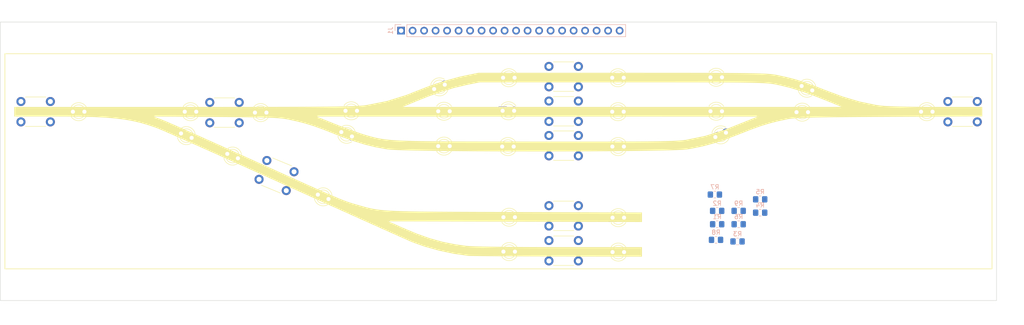
<source format=kicad_pcb>
(kicad_pcb (version 20211014) (generator pcbnew)
  (layers (0 "F.Cu" signal) (31 "B.Cu" signal) (34 "B.Paste" user) (35 "F.Paste" user) (36 "B.SilkS" user "B.Silkscreen") (37 "F.SilkS" user "F.Silkscreen") (38 "B.Mask" user) (39 "F.Mask" user) (44 "Edge.Cuts" user))
  (net 0 "")
  (net 1 "GPIO1")
  (net 2 "Net-(D1-Pad2)")
  (net 3 "GPIO2")
  (net 4 "Net-(D2-Pad2)")
  (net 5 "GPIO3")
  (net 6 "Net-(D3-Pad2)")
  (net 7 "GPIO4")
  (net 8 "Net-(D4-Pad2)")
  (net 9 "GPIO5")
  (net 10 "Net-(D5-Pad2)")
  (net 11 "GPIO6")
  (net 12 "Net-(D6-Pad2)")
  (net 13 "GPIO7")
  (net 14 "Net-(D7-Pad2)")
  (net 15 "GPIO8")
  (net 16 "Net-(D8-Pad2)")
  (net 17 "GPIO9")
  (net 18 "Net-(D9-Pad2)")
  (net 19 "+5V")
  (net 20 "GPIO16")
  (net 21 "GPIO15")
  (net 22 "GPIO14")
  (net 23 "GPIO13")
  (net 24 "GPIO12")
  (net 25 "GPIO11")
  (net 26 "GPIO10")
  (net 27 "GND")
  (net 28 "+3V3")
  (footprint "LED_THT:LED_D3.0mm" (layer "F.Cu") (at 86.225 81)
    (fp_text reference "D2" hide)
    (fp_text value "LED")
    (pad "1" thru_hole rect (at 0 0) (size 1.8 1.8) (drill 0.9) (layers *.Cu *.Mask) (net 3 "GPIO2"))
    (pad "2" thru_hole circle (at 2.54 0) (size 1.8 1.8) (drill 0.9) (layers *.Cu *.Mask) (net 4 "Net-(D2-Pad2)"))
  )
  (footprint "LED_THT:LED_D3.0mm" (layer "F.Cu") (at 69.9 85.6 -22.5)
    (fp_text reference "D3" hide)
    (fp_text value "LED")
    (pad "1" thru_hole rect (at 0 0 337.5) (size 1.8 1.8) (drill 0.9) (layers *.Cu *.Mask))
    (pad "2" thru_hole circle (at 2.54 0 337.5) (size 1.8 1.8) (drill 0.9) (layers *.Cu *.Mask))
  )
  (footprint "LED_THT:LED_D3.0mm" (layer "F.Cu") (at 186.825 73.2)
    (fp_text reference "D6" hide)
    (fp_text value "LED")
    (pad "1" thru_hole rect (at 0 0) (size 1.8 1.8) (drill 0.9) (layers *.Cu *.Mask))
    (pad "2" thru_hole circle (at 2.54 0) (size 1.8 1.8) (drill 0.9) (layers *.Cu *.Mask))
  )
  (footprint "LED_THT:LED_D3.0mm" (layer "F.Cu") (at 205.825 80.9)
    (fp_text reference "D4" hide)
    (fp_text value "LED" hide)
    (pad "1" thru_hole rect (at 0 0) (size 1.8 1.8) (drill 0.9) (layers *.Cu *.Mask))
    (pad "2" thru_hole circle (at 2.54 0) (size 1.8 1.8) (drill 0.9) (layers *.Cu *.Mask))
  )
  (footprint "LED_THT:LED_D3.0mm" (layer "F.Cu") (at 70.725 80.8)
    (fp_text reference "D2" hide)
    (fp_text value "LED")
    (pad "1" thru_hole rect (at 0 0) (size 1.8 1.8) (drill 0.9) (layers *.Cu *.Mask))
    (pad "2" thru_hole circle (at 2.54 0) (size 1.8 1.8) (drill 0.9) (layers *.Cu *.Mask))
  )
  (footprint "LED_THT:LED_D3.0mm" (layer "F.Cu") (at 209.3 76.1 157.5)
    (fp_text reference "D4" hide)
    (fp_text value "LED" hide)
    (pad "1" thru_hole rect (at 0 0 157.5) (size 1.8 1.8) (drill 0.9) (layers *.Cu *.Mask))
    (pad "2" thru_hole circle (at 2.54 0 157.5) (size 1.8 1.8) (drill 0.9) (layers *.Cu *.Mask))
  )
  (footprint "MountingHole:MountingHole_3.2mm_M3" (layer "F.Cu") (at 33.5 64.5)
    (fp_text reference "REF**" hide)
    (fp_text value "MountingHole_3.2mm_M3" hide)
    (pad "" np_thru_hole circle (at 0 0) (size 3.2 3.2) (drill 3.2) (layers *.Cu *.Mask))
  )
  (footprint "LED_THT:LED_D3.0mm" (layer "F.Cu") (at 140.925 80.6)
    (fp_text reference "D6" hide)
    (fp_text value "LED")
    (pad "1" thru_hole rect (at 0 0) (size 1.8 1.8) (drill 0.9) (layers *.Cu *.Mask))
    (pad "2" thru_hole circle (at 2.54 0) (size 1.8 1.8) (drill 0.9) (layers *.Cu *.Mask))
  )
  (footprint "Button_Switch_THT:SW_PUSH_6mm_H4.3mm" (layer "F.Cu") (at 151.15 78.45)
    (fp_text reference "SW5" hide)
    (fp_text value "SW_SPST")
    (pad "1" thru_hole circle (at 6.5 0 90) (size 2 2) (drill 1.1) (layers *.Cu *.Mask) (net 27 "GND"))
    (pad "1" thru_hole circle (at 0 0 90) (size 2 2) (drill 1.1) (layers *.Cu *.Mask) (net 27 "GND"))
    (pad "2" thru_hole circle (at 6.5 4.5 90) (size 2 2) (drill 1.1) (layers *.Cu *.Mask) (net 9 "GPIO5"))
    (pad "2" thru_hole circle (at 0 4.5 90) (size 2 2) (drill 1.1) (layers *.Cu *.Mask) (net 9 "GPIO5"))
  )
  (footprint "LED_THT:LED_D3.0mm" (layer "F.Cu") (at 165.125 80.8)
    (fp_text reference "D5" hide)
    (fp_text value "LED")
    (pad "1" thru_hole rect (at 0 0) (size 1.8 1.8) (drill 0.9) (layers *.Cu *.Mask) (net 9 "GPIO5"))
    (pad "2" thru_hole circle (at 2.54 0) (size 1.8 1.8) (drill 0.9) (layers *.Cu *.Mask) (net 10 "Net-(D5-Pad2)"))
  )
  (footprint "Button_Switch_THT:SW_PUSH_6mm_H4.3mm" (layer "F.Cu") (at 151.15 86.05)
    (fp_text reference "SW6" hide)
    (fp_text value "SW_SPST")
    (pad "1" thru_hole circle (at 6.5 0 90) (size 2 2) (drill 1.1) (layers *.Cu *.Mask) (net 27 "GND"))
    (pad "1" thru_hole circle (at 0 0 90) (size 2 2) (drill 1.1) (layers *.Cu *.Mask) (net 27 "GND"))
    (pad "2" thru_hole circle (at 0 4.5 90) (size 2 2) (drill 1.1) (layers *.Cu *.Mask) (net 11 "GPIO6"))
    (pad "2" thru_hole circle (at 6.5 4.5 90) (size 2 2) (drill 1.1) (layers *.Cu *.Mask) (net 11 "GPIO6"))
  )
  (footprint "MountingHole:MountingHole_3.2mm_M3" (layer "F.Cu") (at 109 64.5)
    (fp_text reference "REF**" hide)
    (fp_text value "MountingHole_3.2mm_M3" hide)
    (pad "" np_thru_hole circle (at 0 0) (size 3.2 3.2) (drill 3.2) (layers *.Cu *.Mask))
  )
  (footprint "LED_THT:LED_D3.0mm" (layer "F.Cu") (at 141.1 111.7)
    (fp_text reference "D8" hide)
    (fp_text value "LED")
    (pad "1" thru_hole rect (at 0 0) (size 1.8 1.8) (drill 0.9) (layers *.Cu *.Mask) (net 15 "GPIO8"))
    (pad "2" thru_hole circle (at 2.54 0) (size 1.8 1.8) (drill 0.9) (layers *.Cu *.Mask) (net 16 "Net-(D8-Pad2)"))
  )
  (footprint "LED_THT:LED_D3.0mm" (layer "F.Cu") (at 141.025 73.3)
    (fp_text reference "D6" hide)
    (fp_text value "LED")
    (pad "1" thru_hole rect (at 0 0) (size 1.8 1.8) (drill 0.9) (layers *.Cu *.Mask))
    (pad "2" thru_hole circle (at 2.54 0) (size 1.8 1.8) (drill 0.9) (layers *.Cu *.Mask))
  )
  (footprint "MountingHole:MountingHole_3.2mm_M3" (layer "F.Cu") (at 33.5 119)
    (fp_text reference "REF**" hide)
    (fp_text value "MountingHole_3.2mm_M3" hide)
    (pad "" np_thru_hole circle (at 0 0) (size 3.2 3.2) (drill 3.2) (layers *.Cu *.Mask))
  )
  (footprint "LED_THT:LED_D3.0mm" (layer "F.Cu") (at 126.7 88.4)
    (fp_text reference "D6" hide)
    (fp_text value "LED")
    (pad "1" thru_hole rect (at 0 0) (size 1.8 1.8) (drill 0.9) (layers *.Cu *.Mask))
    (pad "2" thru_hole circle (at 2.54 0) (size 1.8 1.8) (drill 0.9) (layers *.Cu *.Mask))
  )
  (footprint "MountingHole:MountingHole_3.2mm_M3" (layer "F.Cu") (at 246.5 119)
    (fp_text reference "REF**" hide)
    (fp_text value "MountingHole_3.2mm_M3" hide)
    (pad "" np_thru_hole circle (at 0 0) (size 3.2 3.2) (drill 3.2) (layers *.Cu *.Mask))
  )
  (footprint "LED_THT:LED_D3.0mm" (layer "F.Cu") (at 106.225 80.6)
    (fp_text reference "D4" hide)
    (fp_text value "LED" hide)
    (pad "1" thru_hole rect (at 0 0) (size 1.8 1.8) (drill 0.9) (layers *.Cu *.Mask))
    (pad "2" thru_hole circle (at 2.54 0) (size 1.8 1.8) (drill 0.9) (layers *.Cu *.Mask))
  )
  (footprint "Button_Switch_THT:SW_PUSH_6mm_H4.3mm" (layer "F.Cu") (at 239.25 78.55)
    (fp_text reference "SW9" hide)
    (fp_text value "SW_SPST" hide)
    (pad "1" thru_hole circle (at 6.5 0 90) (size 2 2) (drill 1.1) (layers *.Cu *.Mask) (net 27 "GND"))
    (pad "1" thru_hole circle (at 0 0 90) (size 2 2) (drill 1.1) (layers *.Cu *.Mask) (net 27 "GND"))
    (pad "2" thru_hole circle (at 0 4.5 90) (size 2 2) (drill 1.1) (layers *.Cu *.Mask) (net 17 "GPIO9"))
    (pad "2" thru_hole circle (at 6.5 4.5 90) (size 2 2) (drill 1.1) (layers *.Cu *.Mask) (net 17 "GPIO9"))
  )
  (footprint "custom_kicad_lib_sk:Fokke2" (layer "F.Cu") (at 139.954 92.71)
    (fp_text reference "G***" hide)
    (fp_text value "LOGO" hide)
  )
  (footprint "LED_THT:LED_D3.0mm" (layer "F.Cu") (at 80.122054 90.112079 -22.5)
    (fp_text reference "D3" hide)
    (fp_text value "LED")
    (pad "1" thru_hole rect (at 0 0 337.5) (size 1.8 1.8) (drill 0.9) (layers *.Cu *.Mask))
    (pad "2" thru_hole circle (at 2.54 0 337.5) (size 1.8 1.8) (drill 0.9) (layers *.Cu *.Mask))
  )
  (footprint "LED_THT:LED_D3.0mm" (layer "F.Cu") (at 141.1 104.1)
    (fp_text reference "D7" hide)
    (fp_text value "LED")
    (pad "1" thru_hole rect (at 0 0) (size 1.8 1.8) (drill 0.9) (layers *.Cu *.Mask) (net 13 "GPIO7"))
    (pad "2" thru_hole circle (at 2.54 0) (size 1.8 1.8) (drill 0.9) (layers *.Cu *.Mask) (net 14 "Net-(D7-Pad2)"))
  )
  (footprint "LED_THT:LED_D3.0mm" (layer "F.Cu") (at 126.7 80.7)
    (fp_text reference "D4" hide)
    (fp_text value "LED" hide)
    (pad "1" thru_hole rect (at 0 0) (size 1.8 1.8) (drill 0.9) (layers *.Cu *.Mask))
    (pad "2" thru_hole circle (at 2.54 0) (size 1.8 1.8) (drill 0.9) (layers *.Cu *.Mask))
  )
  (footprint "MountingHole:MountingHole_3.2mm_M3" (layer "F.Cu") (at 173.5 119)
    (fp_text reference "REF**" hide)
    (fp_text value "MountingHole_3.2mm_M3" hide)
    (pad "" np_thru_hole circle (at 0 0) (size 3.2 3.2) (drill 3.2) (layers *.Cu *.Mask))
  )
  (footprint "LED_THT:LED_D3.0mm" (layer "F.Cu") (at 165.2 104.2)
    (fp_text reference "D7" hide)
    (fp_text value "LED")
    (pad "1" thru_hole rect (at 0 0) (size 1.8 1.8) (drill 0.9) (layers *.Cu *.Mask) (net 13 "GPIO7"))
    (pad "2" thru_hole circle (at 2.54 0) (size 1.8 1.8) (drill 0.9) (layers *.Cu *.Mask) (net 14 "Net-(D7-Pad2)"))
  )
  (footprint "Button_Switch_THT:SW_PUSH_6mm_H4.3mm" (layer "F.Cu") (at 88.85843 91.57755 -22.5)
    (fp_text reference "SW3" hide)
    (fp_text value "SW_SPST")
    (pad "1" thru_hole circle (at 0 0 67.5) (size 2 2) (drill 1.1) (layers *.Cu *.Mask) (net 27 "GND"))
    (pad "1" thru_hole circle (at 6.5 0 67.5) (size 2 2) (drill 1.1) (layers *.Cu *.Mask) (net 27 "GND"))
    (pad "2" thru_hole circle (at 0 4.5 67.5) (size 2 2) (drill 1.1) (layers *.Cu *.Mask) (net 5 "GPIO3"))
    (pad "2" thru_hole circle (at 6.5 4.5 67.5) (size 2 2) (drill 1.1) (layers *.Cu *.Mask) (net 5 "GPIO3"))
  )
  (footprint "LED_THT:LED_D3.0mm" (layer "F.Cu") (at 105.3 85.3 -22.5)
    (fp_text reference "D3" hide)
    (fp_text value "LED")
    (pad "1" thru_hole rect (at 0 0 337.5) (size 1.8 1.8) (drill 0.9) (layers *.Cu *.Mask))
    (pad "2" thru_hole circle (at 2.54 0 337.5) (size 1.8 1.8) (drill 0.9) (layers *.Cu *.Mask))
  )
  (footprint "MountingHole:MountingHole_3.2mm_M3" (layer "F.Cu") (at 246.5 64.5)
    (fp_text reference "REF**" hide)
    (fp_text value "MountingHole_3.2mm_M3" hide)
    (pad "" np_thru_hole circle (at 0 0) (size 3.2 3.2) (drill 3.2) (layers *.Cu *.Mask))
  )
  (footprint "LED_THT:LED_D3.0mm" (layer "F.Cu") (at 165.2 111.8)
    (fp_text reference "D8" hide)
    (fp_text value "LED")
    (pad "1" thru_hole rect (at 0 0) (size 1.8 1.8) (drill 0.9) (layers *.Cu *.Mask) (net 15 "GPIO8"))
    (pad "2" thru_hole circle (at 2.54 0) (size 1.8 1.8) (drill 0.9) (layers *.Cu *.Mask) (net 16 "Net-(D8-Pad2)"))
  )
  (footprint "Button_Switch_THT:SW_PUSH_6mm_H4.3mm" (layer "F.Cu") (at 151.15 109.25)
    (fp_text reference "SW8" hide)
    (fp_text value "SW_SPST")
    (pad "1" thru_hole circle (at 0 0 90) (size 2 2) (drill 1.1) (layers *.Cu *.Mask) (net 27 "GND"))
    (pad "1" thru_hole circle (at 6.5 0 90) (size 2 2) (drill 1.1) (layers *.Cu *.Mask) (net 27 "GND"))
    (pad "2" thru_hole circle (at 0 4.5 90) (size 2 2) (drill 1.1) (layers *.Cu *.Mask) (net 15 "GPIO8"))
    (pad "2" thru_hole circle (at 6.5 4.5 90) (size 2 2) (drill 1.1) (layers *.Cu *.Mask) (net 15 "GPIO8"))
  )
  (footprint "LED_THT:LED_D3.0mm" (layer "F.Cu") (at 186.825 80.7)
    (fp_text reference "D4" hide)
    (fp_text value "LED" hide)
    (pad "1" thru_hole rect (at 0 0) (size 1.8 1.8) (drill 0.9) (layers *.Cu *.Mask))
    (pad "2" thru_hole circle (at 2.54 0) (size 1.8 1.8) (drill 0.9) (layers *.Cu *.Mask))
  )
  (footprint "LED_THT:LED_D3.0mm" (layer "F.Cu") (at 165.16 88.5)
    (fp_text reference "D6" hide)
    (fp_text value "LED")
    (pad "1" thru_hole rect (at 0 0) (size 1.8 1.8) (drill 0.9) (layers *.Cu *.Mask) (net 11 "GPIO6"))
    (pad "2" thru_hole circle (at 2.54 0) (size 1.8 1.8) (drill 0.9) (layers *.Cu *.Mask) (net 12 "Net-(D6-Pad2)"))
  )
  (footprint "LED_THT:LED_D3.0mm" (layer "F.Cu") (at 233.325 80.8)
    (fp_text reference "D9" hide)
    (fp_text value "LED")
    (pad "1" thru_hole rect (at 0 0) (size 1.8 1.8) (drill 0.9) (layers *.Cu *.Mask) (net 17 "GPIO9"))
    (pad "2" thru_hole circle (at 2.54 0) (size 1.8 1.8) (drill 0.9) (layers *.Cu *.Mask) (net 18 "Net-(D9-Pad2)"))
  )
  (footprint "LED_THT:LED_D3.0mm" (layer "F.Cu") (at 187.9 86.4 22.5)
    (fp_text reference "D4" hide)
    (fp_text value "LED" hide)
    (pad "1" thru_hole rect (at 0 0 22.5) (size 1.8 1.8) (drill 0.9) (layers *.Cu *.Mask))
    (pad "2" thru_hole circle (at 2.54 0 22.5) (size 1.8 1.8) (drill 0.9) (layers *.Cu *.Mask))
  )
  (footprint "Button_Switch_THT:SW_PUSH_6mm_H4.3mm" (layer "F.Cu") (at 34.55 78.55)
    (fp_text reference "SW1" hide)
    (fp_text value "SW_SPST")
    (pad "1" thru_hole circle (at 6.5 0 90) (size 2 2) (drill 1.1) (layers *.Cu *.Mask) (net 27 "GND"))
    (pad "1" thru_hole circle (at 0 0 90) (size 2 2) (drill 1.1) (layers *.Cu *.Mask) (net 27 "GND"))
    (pad "2" thru_hole circle (at 6.5 4.5 90) (size 2 2) (drill 1.1) (layers *.Cu *.Mask) (net 1 "GPIO1"))
    (pad "2" thru_hole circle (at 0 4.5 90) (size 2 2) (drill 1.1) (layers *.Cu *.Mask) (net 1 "GPIO1"))
  )
  (footprint "LED_THT:LED_D3.0mm" (layer "F.Cu") (at 165.125 73.3)
    (fp_text reference "D4" hide)
    (fp_text value "LED" hide)
    (pad "1" thru_hole rect (at 0 0) (size 1.8 1.8) (drill 0.9) (layers *.Cu *.Mask) (net 7 "GPIO4"))
    (pad "2" thru_hole circle (at 2.54 0) (size 1.8 1.8) (drill 0.9) (layers *.Cu *.Mask) (net 8 "Net-(D4-Pad2)"))
  )
  (footprint "LED_THT:LED_D3.0mm" (layer "F.Cu") (at 125.8 75.8 22.5)
    (fp_text reference "D4" hide)
    (fp_text value "LED" hide)
    (pad "1" thru_hole rect (at 0 0 22.5) (size 1.8 1.8) (drill 0.9) (layers *.Cu *.Mask))
    (pad "2" thru_hole circle (at 2.54 0 22.5) (size 1.8 1.8) (drill 0.9) (layers *.Cu *.Mask))
  )
  (footprint "Button_Switch_THT:SW_PUSH_6mm_H4.3mm" (layer "F.Cu") (at 151.15 101.55)
    (fp_text reference "SW7" hide)
    (fp_text value "SW_SPST")
    (pad "1" thru_hole circle (at 0 0 90) (size 2 2) (drill 1.1) (layers *.Cu *.Mask) (net 27 "GND"))
    (pad "1" thru_hole circle (at 6.5 0 90) (size 2 2) (drill 1.1) (layers *.Cu *.Mask) (net 27 "GND"))
    (pad "2" thru_hole circle (at 0 4.5 90) (size 2 2) (drill 1.1) (layers *.Cu *.Mask) (net 13 "GPIO7"))
    (pad "2" thru_hole circle (at 6.5 4.5 90) (size 2 2) (drill 1.1) (layers *.Cu *.Mask) (net 13 "GPIO7"))
  )
  (footprint "MountingHole:MountingHole_3.2mm_M3" (layer "F.Cu") (at 109 119)
    (fp_text reference "REF**" hide)
    (fp_text value "MountingHole_3.2mm_M3" hide)
    (pad "" np_thru_hole circle (at 0 0) (size 3.2 3.2) (drill 3.2) (layers *.Cu *.Mask))
  )
  (footprint "LED_THT:LED_D3.0mm" (layer "F.Cu") (at 140.825 88.5)
    (fp_text reference "D6" hide)
    (fp_text value "LED")
    (pad "1" thru_hole rect (at 0 0) (size 1.8 1.8) (drill 0.9) (layers *.Cu *.Mask))
    (pad "2" thru_hole circle (at 2.54 0) (size 1.8 1.8) (drill 0.9) (layers *.Cu *.Mask))
  )
  (footprint "MountingHole:MountingHole_3.2mm_M3" (layer "F.Cu") (at 173.5 64.5)
    (fp_text reference "REF**" hide)
    (fp_text value "MountingHole_3.2mm_M3" hide)
    (pad "" np_thru_hole circle (at 0 0) (size 3.2 3.2) (drill 3.2) (layers *.Cu *.Mask))
  )
  (footprint "LED_THT:LED_D3.0mm" (layer "F.Cu") (at 100.122054 99.112079 -22.5)
    (fp_text reference "D3" hide)
    (fp_text value "LED")
    (pad "1" thru_hole rect (at 0 0 337.5) (size 1.8 1.8) (drill 0.9) (layers *.Cu *.Mask) (net 5 "GPIO3"))
    (pad "2" thru_hole circle (at 2.54 0 337.5) (size 1.8 1.8) (drill 0.9) (layers *.Cu *.Mask) (net 6 "Net-(D3-Pad2)"))
  )
  (footprint "Button_Switch_THT:SW_PUSH_6mm_H4.3mm" (layer "F.Cu") (at 151.15 70.8)
    (fp_text reference "SW4" hide)
    (fp_text value "SW_SPST")
    (pad "1" thru_hole circle (at 6.5 0 90) (size 2 2) (drill 1.1) (layers *.Cu *.Mask) (net 27 "GND"))
    (pad "1" thru_hole circle (at 0 0 90) (size 2 2) (drill 1.1) (layers *.Cu *.Mask) (net 27 "GND"))
    (pad "2" thru_hole circle (at 6.5 4.5 90) (size 2 2) (drill 1.1) (layers *.Cu *.Mask) (net 7 "GPIO4"))
    (pad "2" thru_hole circle (at 0 4.5 90) (size 2 2) (drill 1.1) (layers *.Cu *.Mask) (net 7 "GPIO4"))
  )
  (footprint "LED_THT:LED_D3.0mm" (layer "F.Cu") (at 46.025 80.8)
    (fp_text reference "D1" hide)
    (fp_text value "LED")
    (pad "1" thru_hole rect (at 0 0) (size 1.8 1.8) (drill 0.9) (layers *.Cu *.Mask) (net 1 "GPIO1"))
    (pad "2" thru_hole circle (at 2.54 0) (size 1.8 1.8) (drill 0.9) (layers *.Cu *.Mask) (net 2 "Net-(D1-Pad2)"))
  )
  (footprint "Button_Switch_THT:SW_PUSH_6mm_H4.3mm" (layer "F.Cu") (at 76.25 78.75)
    (fp_text reference "SW2" hide)
    (fp_text value "SW_SPST")
    (pad "1" thru_hole circle (at 6.5 0 90) (size 2 2) (drill 1.1) (layers *.Cu *.Mask) (net 27 "GND"))
    (pad "1" thru_hole circle (at 0 0 90) (size 2 2) (drill 1.1) (layers *.Cu *.Mask) (net 27 "GND"))
    (pad "2" thru_hole circle (at 0 4.5 90) (size 2 2) (drill 1.1) (layers *.Cu *.Mask) (net 3 "GPIO2"))
    (pad "2" thru_hole circle (at 6.5 4.5 90) (size 2 2) (drill 1.1) (layers *.Cu *.Mask) (net 3 "GPIO2"))
  )
  (footprint "Resistor_SMD:R_0805_2012Metric_Pad1.20x1.40mm_HandSolder" (layer "B.Cu") (at 193.05 105.65 180)
    (fp_text reference "R6" (at 0 1.65) (layer "B.SilkS") (effects (justify mirror)))
    (fp_text value "R")
    (pad "1" smd roundrect (at -1 0 180) (size 1.2 1.4) (layers "B.Cu" "B.Paste" "B.Mask") (roundrect_rratio 0.208333) (net 19 "+5V"))
    (pad "2" smd roundrect (at 1 0 180) (size 1.2 1.4) (layers "B.Cu" "B.Paste" "B.Mask") (roundrect_rratio 0.208333) (net 12 "Net-(D6-Pad2)"))
  )
  (footprint "Resistor_SMD:R_0805_2012Metric_Pad1.20x1.40mm_HandSolder" (layer "B.Cu") (at 188.3 105.65 180)
    (fp_text reference "R1" (at 0 1.65) (layer "B.SilkS") (effects (justify mirror)))
    (fp_text value "R")
    (pad "1" smd roundrect (at -1 0 180) (size 1.2 1.4) (layers "B.Cu" "B.Paste" "B.Mask") (roundrect_rratio 0.208333) (net 19 "+5V"))
    (pad "2" smd roundrect (at 1 0 180) (size 1.2 1.4) (layers "B.Cu" "B.Paste" "B.Mask") (roundrect_rratio 0.208333) (net 2 "Net-(D1-Pad2)"))
  )
  (footprint "Resistor_SMD:R_0805_2012Metric_Pad1.20x1.40mm_HandSolder" (layer "B.Cu") (at 197.8 103.1 180)
    (fp_text reference "R4" (at 0 1.65) (layer "B.SilkS") (effects (justify mirror)))
    (fp_text value "R")
    (pad "1" smd roundrect (at -1 0 180) (size 1.2 1.4) (layers "B.Cu" "B.Paste" "B.Mask") (roundrect_rratio 0.208333) (net 19 "+5V"))
    (pad "2" smd roundrect (at 1 0 180) (size 1.2 1.4) (layers "B.Cu" "B.Paste" "B.Mask") (roundrect_rratio 0.208333) (net 8 "Net-(D4-Pad2)"))
  )
  (footprint "Resistor_SMD:R_0805_2012Metric_Pad1.20x1.40mm_HandSolder" (layer "B.Cu") (at 197.8 100.15 180)
    (fp_text reference "R5" (at 0 1.65) (layer "B.SilkS") (effects (justify mirror)))
    (fp_text value "R")
    (pad "1" smd roundrect (at -1 0 180) (size 1.2 1.4) (layers "B.Cu" "B.Paste" "B.Mask") (roundrect_rratio 0.208333) (net 19 "+5V"))
    (pad "2" smd roundrect (at 1 0 180) (size 1.2 1.4) (layers "B.Cu" "B.Paste" "B.Mask") (roundrect_rratio 0.208333) (net 10 "Net-(D5-Pad2)"))
  )
  (footprint "Resistor_SMD:R_0805_2012Metric_Pad1.20x1.40mm_HandSolder" (layer "B.Cu") (at 192.8 109.45 180)
    (fp_text reference "R3" (at 0 1.65) (layer "B.SilkS") (effects (justify mirror)))
    (fp_text value "R")
    (pad "1" smd roundrect (at -1 0 180) (size 1.2 1.4) (layers "B.Cu" "B.Paste" "B.Mask") (roundrect_rratio 0.208333) (net 19 "+5V"))
    (pad "2" smd roundrect (at 1 0 180) (size 1.2 1.4) (layers "B.Cu" "B.Paste" "B.Mask") (roundrect_rratio 0.208333) (net 6 "Net-(D3-Pad2)"))
  )
  (footprint "Resistor_SMD:R_0805_2012Metric_Pad1.20x1.40mm_HandSolder" (layer "B.Cu") (at 188.3 102.7 180)
    (fp_text reference "R2" (at 0 1.65) (layer "B.SilkS") (effects (justify mirror)))
    (fp_text value "R")
    (pad "1" smd roundrect (at -1 0 180) (size 1.2 1.4) (layers "B.Cu" "B.Paste" "B.Mask") (roundrect_rratio 0.208333) (net 19 "+5V"))
    (pad "2" smd roundrect (at 1 0 180) (size 1.2 1.4) (layers "B.Cu" "B.Paste" "B.Mask") (roundrect_rratio 0.208333) (net 4 "Net-(D2-Pad2)"))
  )
  (footprint "Connector_PinHeader_2.54mm:PinHeader_1x20_P2.54mm_Vertical" (layer "B.Cu") (at 118.5 62.9 -90)
    (fp_text reference "J1" (at 0 2.33 90) (layer "B.SilkS") (effects (justify mirror)))
    (fp_text value "Conn_01x20_Male")
    (pad "1" thru_hole rect (at 0 0 270) (size 1.7 1.7) (drill 1) (layers *.Cu *.Mask) (net 19 "+5V"))
    (pad "2" thru_hole oval (at 0 -2.54 270) (size 1.7 1.7) (drill 1) (layers *.Cu *.Mask) (net 20 "GPIO16"))
    (pad "3" thru_hole oval (at 0 -5.08 270) (size 1.7 1.7) (drill 1) (layers *.Cu *.Mask) (net 21 "GPIO15"))
    (pad "4" thru_hole oval (at 0 -7.62 270) (size 1.7 1.7) (drill 1) (layers *.Cu *.Mask) (net 22 "GPIO14"))
    (pad "5" thru_hole oval (at 0 -10.16 270) (size 1.7 1.7) (drill 1) (layers *.Cu *.Mask) (net 23 "GPIO13"))
    (pad "6" thru_hole oval (at 0 -12.7 270) (size 1.7 1.7) (drill 1) (layers *.Cu *.Mask) (net 24 "GPIO12"))
    (pad "7" thru_hole oval (at 0 -15.24 270) (size 1.7 1.7) (drill 1) (layers *.Cu *.Mask) (net 25 "GPIO11"))
    (pad "8" thru_hole oval (at 0 -17.78 270) (size 1.7 1.7) (drill 1) (layers *.Cu *.Mask) (net 26 "GPIO10"))
    (pad "9" thru_hole oval (at 0 -20.32 270) (size 1.7 1.7) (drill 1) (layers *.Cu *.Mask) (net 17 "GPIO9"))
    (pad "10" thru_hole oval (at 0 -22.86 270) (size 1.7 1.7) (drill 1) (layers *.Cu *.Mask) (net 27 "GND"))
    (pad "11" thru_hole oval (at 0 -25.4 270) (size 1.7 1.7) (drill 1) (layers *.Cu *.Mask) (net 27 "GND"))
    (pad "12" thru_hole oval (at 0 -27.94 270) (size 1.7 1.7) (drill 1) (layers *.Cu *.Mask) (net 15 "GPIO8"))
    (pad "13" thru_hole oval (at 0 -30.48 270) (size 1.7 1.7) (drill 1) (layers *.Cu *.Mask) (net 13 "GPIO7"))
    (pad "14" thru_hole oval (at 0 -33.02 270) (size 1.7 1.7) (drill 1) (layers *.Cu *.Mask) (net 11 "GPIO6"))
    (pad "15" thru_hole oval (at 0 -35.56 270) (size 1.7 1.7) (drill 1) (layers *.Cu *.Mask) (net 9 "GPIO5"))
    (pad "16" thru_hole oval (at 0 -38.1 270) (size 1.7 1.7) (drill 1) (layers *.Cu *.Mask) (net 7 "GPIO4"))
    (pad "17" thru_hole oval (at 0 -40.64 270) (size 1.7 1.7) (drill 1) (layers *.Cu *.Mask) (net 5 "GPIO3"))
    (pad "18" thru_hole oval (at 0 -43.18 270) (size 1.7 1.7) (drill 1) (layers *.Cu *.Mask) (net 3 "GPIO2"))
    (pad "19" thru_hole oval (at 0 -45.72 270) (size 1.7 1.7) (drill 1) (layers *.Cu *.Mask) (net 1 "GPIO1"))
    (pad "20" thru_hole oval (at 0 -48.26 270) (size 1.7 1.7) (drill 1) (layers *.Cu *.Mask) (net 28 "+3V3"))
  )
  (footprint "Resistor_SMD:R_0805_2012Metric_Pad1.20x1.40mm_HandSolder" (layer "B.Cu") (at 193.05 102.7 180)
    (fp_text reference "R9" (at 0 1.65) (layer "B.SilkS") (effects (justify mirror)))
    (fp_text value "R")
    (pad "1" smd roundrect (at -1 0 180) (size 1.2 1.4) (layers "B.Cu" "B.Paste" "B.Mask") (roundrect_rratio 0.208333) (net 19 "+5V"))
    (pad "2" smd roundrect (at 1 0 180) (size 1.2 1.4) (layers "B.Cu" "B.Paste" "B.Mask") (roundrect_rratio 0.208333) (net 18 "Net-(D9-Pad2)"))
  )
  (footprint "Resistor_SMD:R_0805_2012Metric_Pad1.20x1.40mm_HandSolder" (layer "B.Cu") (at 188.05 109.1 180)
    (fp_text reference "R8" (at 0 1.65) (layer "B.SilkS") (effects (justify mirror)))
    (fp_text value "R")
    (pad "1" smd roundrect (at -1 0 180) (size 1.2 1.4) (layers "B.Cu" "B.Paste" "B.Mask") (roundrect_rratio 0.208333) (net 19 "+5V"))
    (pad "2" smd roundrect (at 1 0 180) (size 1.2 1.4) (layers "B.Cu" "B.Paste" "B.Mask") (roundrect_rratio 0.208333) (net 16 "Net-(D8-Pad2)"))
  )
  (footprint "Resistor_SMD:R_0805_2012Metric_Pad1.20x1.40mm_HandSolder" (layer "B.Cu") (at 187.8 99.1 180)
    (fp_text reference "R7" (at 0 1.65) (layer "B.SilkS") (effects (justify mirror)))
    (fp_text value "R")
    (pad "1" smd roundrect (at -1 0 180) (size 1.2 1.4) (layers "B.Cu" "B.Paste" "B.Mask") (roundrect_rratio 0.208333) (net 19 "+5V"))
    (pad "2" smd roundrect (at 1 0 180) (size 1.2 1.4) (layers "B.Cu" "B.Paste" "B.Mask") (roundrect_rratio 0.208333) (net 14 "Net-(D7-Pad2)"))
  )
  (gr_rect (start 31 68) (end 249 115.5) (layer "F.SilkS") (width 0.15) (fill none))
  (gr_rect (start 30 122.5) (end 250 61) (layer "Edge.Cuts") (width 0.1) (fill none))
)
</source>
